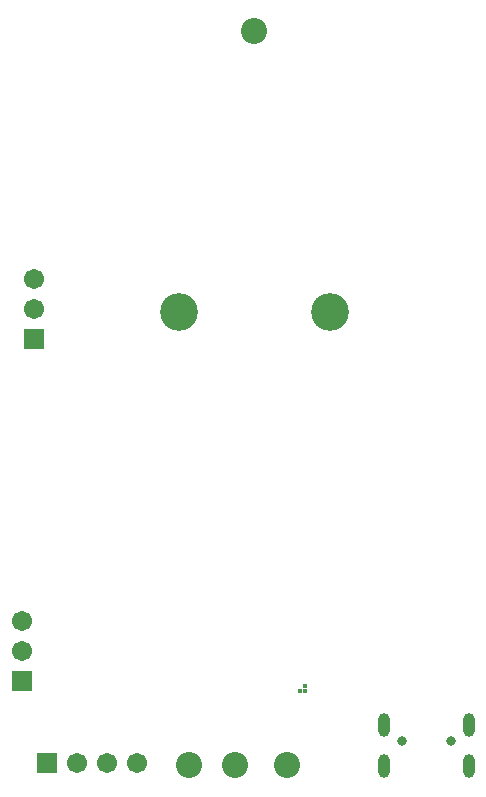
<source format=gbs>
G04*
G04 #@! TF.GenerationSoftware,Altium Limited,Altium Designer,19.0.4 (130)*
G04*
G04 Layer_Color=16711935*
%FSLAX25Y25*%
%MOIN*%
G70*
G01*
G75*
%ADD78C,0.01627*%
%ADD83C,0.08674*%
%ADD90C,0.12611*%
%ADD91C,0.06706*%
%ADD92R,0.06706X0.06706*%
%ADD93R,0.06706X0.06706*%
%ADD94C,0.03241*%
%ADD95O,0.03950X0.07887*%
D78*
X100969Y34642D02*
D03*
Y36217D02*
D03*
X99394Y34642D02*
D03*
D83*
X95000Y10000D02*
D03*
X77500D02*
D03*
X62400D02*
D03*
X83890Y254500D02*
D03*
D90*
X109394Y161000D02*
D03*
X59000D02*
D03*
D91*
X10500Y172000D02*
D03*
Y162000D02*
D03*
X6500Y58000D02*
D03*
Y48000D02*
D03*
X45000Y10500D02*
D03*
X35000D02*
D03*
X25000D02*
D03*
D92*
X10500Y152000D02*
D03*
X6500Y38000D02*
D03*
D93*
X15000Y10500D02*
D03*
D94*
X133429Y18139D02*
D03*
X149571D02*
D03*
D95*
X155575Y9674D02*
D03*
X127425D02*
D03*
Y23257D02*
D03*
X155575D02*
D03*
M02*

</source>
